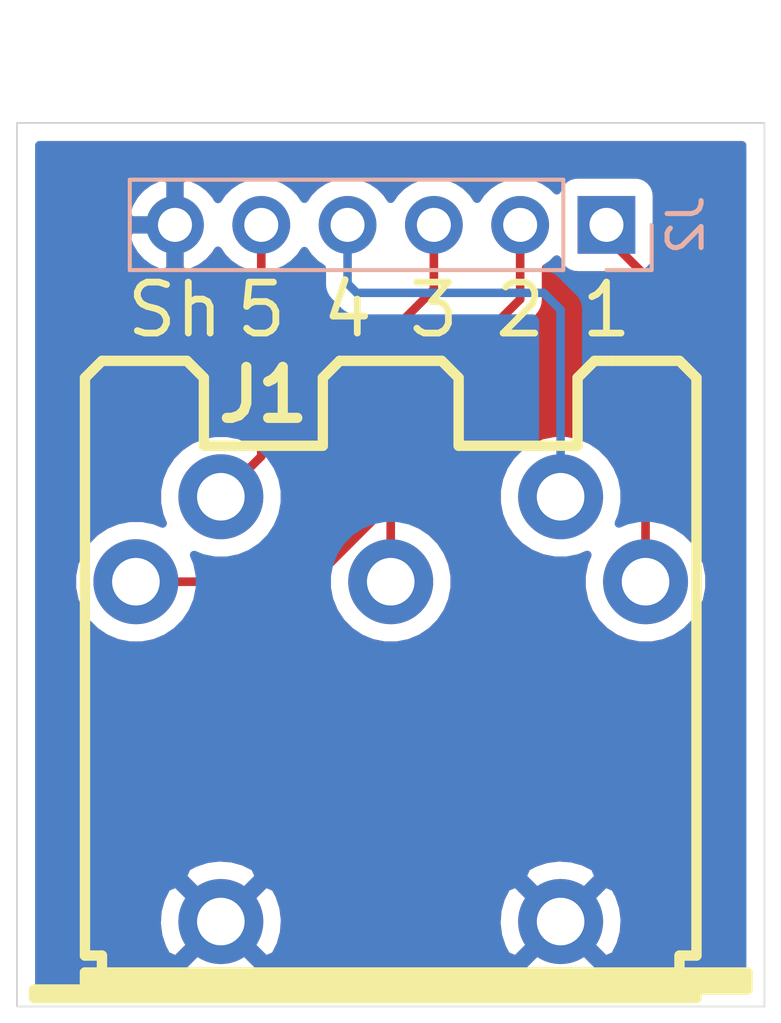
<source format=kicad_pcb>
(kicad_pcb (version 20171130) (host pcbnew "(5.1.12)-1")

  (general
    (thickness 1.6)
    (drawings 10)
    (tracks 20)
    (zones 0)
    (modules 2)
    (nets 7)
  )

  (page A4)
  (layers
    (0 F.Cu signal)
    (31 B.Cu signal)
    (32 B.Adhes user)
    (33 F.Adhes user)
    (34 B.Paste user)
    (35 F.Paste user)
    (36 B.SilkS user)
    (37 F.SilkS user)
    (38 B.Mask user)
    (39 F.Mask user)
    (40 Dwgs.User user)
    (41 Cmts.User user)
    (42 Eco1.User user)
    (43 Eco2.User user)
    (44 Edge.Cuts user)
    (45 Margin user)
    (46 B.CrtYd user)
    (47 F.CrtYd user)
    (48 B.Fab user)
    (49 F.Fab user)
  )

  (setup
    (last_trace_width 0.25)
    (user_trace_width 0.254)
    (trace_clearance 0.2)
    (zone_clearance 0.508)
    (zone_45_only no)
    (trace_min 0.2)
    (via_size 0.8)
    (via_drill 0.4)
    (via_min_size 0.4)
    (via_min_drill 0.3)
    (uvia_size 0.3)
    (uvia_drill 0.1)
    (uvias_allowed no)
    (uvia_min_size 0.2)
    (uvia_min_drill 0.1)
    (edge_width 0.05)
    (segment_width 0.2)
    (pcb_text_width 0.3)
    (pcb_text_size 1.5 1.5)
    (mod_edge_width 0.12)
    (mod_text_size 1 1)
    (mod_text_width 0.15)
    (pad_size 2.5 2.5)
    (pad_drill 1.4)
    (pad_to_mask_clearance 0.051)
    (solder_mask_min_width 0.25)
    (aux_axis_origin 0 0)
    (visible_elements 7FFFFFFF)
    (pcbplotparams
      (layerselection 0x010fc_ffffffff)
      (usegerberextensions false)
      (usegerberattributes false)
      (usegerberadvancedattributes false)
      (creategerberjobfile false)
      (excludeedgelayer true)
      (linewidth 0.100000)
      (plotframeref false)
      (viasonmask false)
      (mode 1)
      (useauxorigin false)
      (hpglpennumber 1)
      (hpglpenspeed 20)
      (hpglpendiameter 15.000000)
      (psnegative false)
      (psa4output false)
      (plotreference true)
      (plotvalue true)
      (plotinvisibletext false)
      (padsonsilk false)
      (subtractmaskfromsilk false)
      (outputformat 1)
      (mirror false)
      (drillshape 1)
      (scaleselection 1)
      (outputdirectory ""))
  )

  (net 0 "")
  (net 1 "Net-(J1-Pad3)")
  (net 2 "Net-(J1-Pad4)")
  (net 3 "Net-(J1-Pad2)")
  (net 4 "Net-(J1-Pad1)")
  (net 5 "Net-(J1-Pad5)")
  (net 6 "Net-(J2-Pad6)")

  (net_class Default "This is the default net class."
    (clearance 0.2)
    (trace_width 0.25)
    (via_dia 0.8)
    (via_drill 0.4)
    (uvia_dia 0.3)
    (uvia_drill 0.1)
    (add_net "Net-(J1-Pad1)")
    (add_net "Net-(J1-Pad2)")
    (add_net "Net-(J1-Pad3)")
    (add_net "Net-(J1-Pad4)")
    (add_net "Net-(J1-Pad5)")
    (add_net "Net-(J2-Pad6)")
  )

  (module "DIN-5 adapter:din-5" (layer F.Cu) (tedit 5DAC84AE) (tstamp 5DACD788)
    (at 73 79.5)
    (descr "Din 5 (MIDI), Pro Signal P/N PSG03463")
    (path /5DAC808E)
    (fp_text reference J1 (at -3.75 -8.5) (layer F.SilkS)
      (effects (font (size 1.5 1.5) (thickness 0.3)))
    )
    (fp_text value DIN-5 (at 0 -5.5) (layer F.SilkS) hide
      (effects (font (size 1.5 1.5) (thickness 0.3)))
    )
    (fp_line (start 10.50036 8.49884) (end 10.50036 8.99922) (layer F.SilkS) (width 0.3048))
    (fp_line (start -10.50036 9.25068) (end -10.50036 8.99922) (layer F.SilkS) (width 0.3048))
    (fp_line (start -8.49884 8.001) (end -8.49884 8.49884) (layer F.SilkS) (width 0.3048))
    (fp_line (start 8.49884 8.49884) (end 8.49884 8.001) (layer F.SilkS) (width 0.3048))
    (fp_line (start -8.99922 8.001) (end -8.49884 8.001) (layer F.SilkS) (width 0.3048))
    (fp_line (start 8.99922 8.001) (end 8.49884 8.001) (layer F.SilkS) (width 0.3048))
    (fp_line (start -8.99922 8.49884) (end 10.50036 8.49884) (layer F.SilkS) (width 0.3048))
    (fp_line (start -8.99922 8.99922) (end -8.99922 8.49884) (layer F.SilkS) (width 0.3048))
    (fp_line (start -10.50036 8.99922) (end -8.99922 8.99922) (layer F.SilkS) (width 0.3048))
    (fp_line (start 8.99922 8.99922) (end 8.99922 9.25068) (layer F.SilkS) (width 0.3048))
    (fp_line (start 10.50036 8.99922) (end 8.99922 8.99922) (layer F.SilkS) (width 0.3048))
    (fp_line (start 1.99898 -8.99922) (end 1.99898 -7.00024) (layer F.SilkS) (width 0.3048))
    (fp_line (start 1.50114 -9.4996) (end 1.99898 -8.99922) (layer F.SilkS) (width 0.3048))
    (fp_line (start -1.50114 -9.4996) (end 1.50114 -9.4996) (layer F.SilkS) (width 0.3048))
    (fp_line (start -1.99898 -8.99922) (end -1.99898 -7.00024) (layer F.SilkS) (width 0.3048))
    (fp_line (start -1.50114 -9.4996) (end -1.99898 -8.99922) (layer F.SilkS) (width 0.3048))
    (fp_line (start 5.4991 -7.00024) (end 1.99898 -7.00024) (layer F.SilkS) (width 0.3048))
    (fp_line (start 5.4991 -8.99922) (end 5.4991 -7.00024) (layer F.SilkS) (width 0.3048))
    (fp_line (start 5.99948 -9.4996) (end 5.4991 -8.99922) (layer F.SilkS) (width 0.3048))
    (fp_line (start 6.49986 -9.4996) (end 5.99948 -9.4996) (layer F.SilkS) (width 0.3048))
    (fp_line (start 8.49884 -9.4996) (end 6.49986 -9.4996) (layer F.SilkS) (width 0.3048))
    (fp_line (start 8.99922 -8.99922) (end 8.49884 -9.4996) (layer F.SilkS) (width 0.3048))
    (fp_line (start 8.99922 -8.99922) (end 8.99922 8.001) (layer F.SilkS) (width 0.3048))
    (fp_line (start -5.4991 -7.00024) (end -1.99898 -7.00024) (layer F.SilkS) (width 0.3048))
    (fp_line (start -5.4991 -8.99922) (end -5.4991 -7.00024) (layer F.SilkS) (width 0.3048))
    (fp_line (start -5.99948 -9.4996) (end -5.4991 -8.99922) (layer F.SilkS) (width 0.3048))
    (fp_line (start -8.49884 -9.4996) (end -5.99948 -9.4996) (layer F.SilkS) (width 0.3048))
    (fp_line (start -8.99922 -8.99922) (end -8.49884 -9.4996) (layer F.SilkS) (width 0.3048))
    (fp_line (start -8.99922 -8.99922) (end -8.99922 8.001) (layer F.SilkS) (width 0.3048))
    (fp_line (start -10.50036 9.25068) (end 8.99922 9.25068) (layer F.SilkS) (width 0.3048))
    (fp_line (start 8.99922 8.99922) (end -8.99922 8.99922) (layer F.SilkS) (width 0.3048))
    (fp_line (start -8.99922 8.7503) (end 10.50036 8.7503) (layer F.SilkS) (width 0.3048))
    (pad 3 thru_hole circle (at -7.5 -3) (size 2.5 2.5) (drill 1.4) (layers *.Cu *.Mask)
      (net 1 "Net-(J1-Pad3)"))
    (pad 4 thru_hole circle (at 5 -5.5) (size 2.5 2.5) (drill 1.4) (layers *.Cu *.Mask)
      (net 2 "Net-(J1-Pad4)"))
    (pad 2 thru_hole circle (at 0 -3) (size 2.5 2.5) (drill 1.4) (layers *.Cu *.Mask)
      (net 3 "Net-(J1-Pad2)"))
    (pad 1 thru_hole circle (at 7.5 -3) (size 2.5 2.5) (drill 1.4) (layers *.Cu *.Mask)
      (net 4 "Net-(J1-Pad1)"))
    (pad 5 thru_hole circle (at -5 -5.5) (size 2.5 2.5) (drill 1.4) (layers *.Cu *.Mask)
      (net 5 "Net-(J1-Pad5)"))
    (pad 6 thru_hole circle (at 5 7) (size 2.5 2.5) (drill 1.4) (layers *.Cu *.Mask)
      (net 6 "Net-(J2-Pad6)"))
    (pad 6 thru_hole circle (at -5 7) (size 2.5 2.5) (drill 1.4) (layers *.Cu *.Mask)
      (net 6 "Net-(J2-Pad6)"))
    (model walter/conn_av/din-5.wrl
      (at (xyz 0 0 0))
      (scale (xyz 1 1 1))
      (rotate (xyz 0 0 0))
    )
  )

  (module Connector_PinHeader_2.54mm:PinHeader_1x06_P2.54mm_Vertical (layer B.Cu) (tedit 59FED5CC) (tstamp 5DACD7A2)
    (at 79.35 66 90)
    (descr "Through hole straight pin header, 1x06, 2.54mm pitch, single row")
    (tags "Through hole pin header THT 1x06 2.54mm single row")
    (path /5DACA20F)
    (fp_text reference J2 (at 0 2.33 270) (layer B.SilkS)
      (effects (font (size 1 1) (thickness 0.15)) (justify mirror))
    )
    (fp_text value Conn_01x06 (at 1.945 -15.977 270) (layer B.Fab)
      (effects (font (size 1 1) (thickness 0.15)) (justify mirror))
    )
    (fp_line (start -0.635 1.27) (end 1.27 1.27) (layer B.Fab) (width 0.1))
    (fp_line (start 1.27 1.27) (end 1.27 -13.97) (layer B.Fab) (width 0.1))
    (fp_line (start 1.27 -13.97) (end -1.27 -13.97) (layer B.Fab) (width 0.1))
    (fp_line (start -1.27 -13.97) (end -1.27 0.635) (layer B.Fab) (width 0.1))
    (fp_line (start -1.27 0.635) (end -0.635 1.27) (layer B.Fab) (width 0.1))
    (fp_line (start -1.33 -14.03) (end 1.33 -14.03) (layer B.SilkS) (width 0.12))
    (fp_line (start -1.33 -1.27) (end -1.33 -14.03) (layer B.SilkS) (width 0.12))
    (fp_line (start 1.33 -1.27) (end 1.33 -14.03) (layer B.SilkS) (width 0.12))
    (fp_line (start -1.33 -1.27) (end 1.33 -1.27) (layer B.SilkS) (width 0.12))
    (fp_line (start -1.33 0) (end -1.33 1.33) (layer B.SilkS) (width 0.12))
    (fp_line (start -1.33 1.33) (end 0 1.33) (layer B.SilkS) (width 0.12))
    (fp_line (start -1.8 1.8) (end -1.8 -14.5) (layer B.CrtYd) (width 0.05))
    (fp_line (start -1.8 -14.5) (end 1.8 -14.5) (layer B.CrtYd) (width 0.05))
    (fp_line (start 1.8 -14.5) (end 1.8 1.8) (layer B.CrtYd) (width 0.05))
    (fp_line (start 1.8 1.8) (end -1.8 1.8) (layer B.CrtYd) (width 0.05))
    (fp_text user %R (at 0 -6.35) (layer B.Fab)
      (effects (font (size 1 1) (thickness 0.15)) (justify mirror))
    )
    (pad 6 thru_hole oval (at 0 -12.7 90) (size 1.7 1.7) (drill 1) (layers *.Cu *.Mask)
      (net 6 "Net-(J2-Pad6)"))
    (pad 5 thru_hole oval (at 0 -10.16 90) (size 1.7 1.7) (drill 1) (layers *.Cu *.Mask)
      (net 5 "Net-(J1-Pad5)"))
    (pad 4 thru_hole oval (at 0 -7.62 90) (size 1.7 1.7) (drill 1) (layers *.Cu *.Mask)
      (net 2 "Net-(J1-Pad4)"))
    (pad 3 thru_hole oval (at 0 -5.08 90) (size 1.7 1.7) (drill 1) (layers *.Cu *.Mask)
      (net 1 "Net-(J1-Pad3)"))
    (pad 2 thru_hole oval (at 0 -2.54 90) (size 1.7 1.7) (drill 1) (layers *.Cu *.Mask)
      (net 3 "Net-(J1-Pad2)"))
    (pad 1 thru_hole rect (at 0 0 90) (size 1.7 1.7) (drill 1) (layers *.Cu *.Mask)
      (net 4 "Net-(J1-Pad1)"))
    (model ${KISYS3DMOD}/Connector_PinHeader_2.54mm.3dshapes/PinHeader_1x06_P2.54mm_Vertical.wrl
      (at (xyz 0 0 0))
      (scale (xyz 1 1 1))
      (rotate (xyz 0 0 0))
    )
  )

  (gr_text Sh (at 66.65 68.5) (layer F.SilkS)
    (effects (font (size 1.5 1.5) (thickness 0.2)))
  )
  (gr_text 5 (at 69.19 68.5) (layer F.SilkS)
    (effects (font (size 1.5 1.5) (thickness 0.2)))
  )
  (gr_text 4 (at 71.73 68.5) (layer F.SilkS)
    (effects (font (size 1.5 1.5) (thickness 0.2)))
  )
  (gr_text 3 (at 74.27 68.5) (layer F.SilkS)
    (effects (font (size 1.5 1.5) (thickness 0.2)))
  )
  (gr_text 2 (at 76.81 68.5) (layer F.SilkS)
    (effects (font (size 1.5 1.5) (thickness 0.2)))
  )
  (gr_text 1 (at 79.35 68.5) (layer F.SilkS)
    (effects (font (size 1.5 1.5) (thickness 0.2)))
  )
  (gr_line (start 84 89) (end 62 89) (layer Edge.Cuts) (width 0.05) (tstamp 5DACDDB9))
  (gr_line (start 84 63) (end 84 89) (layer Edge.Cuts) (width 0.05))
  (gr_line (start 62 63) (end 84 63) (layer Edge.Cuts) (width 0.05))
  (gr_line (start 62 89) (end 62 63) (layer Edge.Cuts) (width 0.05))

  (segment (start 74.27 67.897933) (end 74.27 66) (width 0.254) (layer F.Cu) (net 1))
  (segment (start 72.54599 69.621943) (end 74.27 67.897933) (width 0.254) (layer F.Cu) (net 1))
  (segment (start 72.54599 74.620048) (end 72.54599 69.621943) (width 0.254) (layer F.Cu) (net 1))
  (segment (start 65.5 76.5) (end 70.666038 76.5) (width 0.254) (layer F.Cu) (net 1))
  (segment (start 70.666038 76.5) (end 72.54599 74.620048) (width 0.254) (layer F.Cu) (net 1))
  (segment (start 71.73 67.73) (end 71.73 66) (width 0.25) (layer B.Cu) (net 2))
  (segment (start 72 68) (end 71.73 67.73) (width 0.25) (layer B.Cu) (net 2))
  (segment (start 77.5 68) (end 72 68) (width 0.25) (layer B.Cu) (net 2))
  (segment (start 78 74) (end 78 68.5) (width 0.25) (layer B.Cu) (net 2))
  (segment (start 78 68.5) (end 77.5 68) (width 0.25) (layer B.Cu) (net 2))
  (segment (start 73 69.81) (end 73.81 69) (width 0.254) (layer F.Cu) (net 3))
  (segment (start 73 76.5) (end 73 69.81) (width 0.254) (layer F.Cu) (net 3))
  (segment (start 73.81 69) (end 76 69) (width 0.254) (layer F.Cu) (net 3))
  (segment (start 76.81 68.19) (end 76.81 66) (width 0.254) (layer F.Cu) (net 3))
  (segment (start 76 69) (end 76.81 68.19) (width 0.254) (layer F.Cu) (net 3))
  (segment (start 79.35 66.35) (end 79.35 66) (width 0.254) (layer F.Cu) (net 4))
  (segment (start 80.5 76.5) (end 80.5 67.5) (width 0.254) (layer F.Cu) (net 4))
  (segment (start 80.5 67.5) (end 79.35 66.35) (width 0.254) (layer F.Cu) (net 4))
  (segment (start 69.19 72.81) (end 68 74) (width 0.254) (layer F.Cu) (net 5))
  (segment (start 69.19 66) (end 69.19 72.81) (width 0.254) (layer F.Cu) (net 5))

  (zone (net 6) (net_name "Net-(J2-Pad6)") (layer F.Cu) (tstamp 0) (hatch edge 0.508)
    (connect_pads (clearance 0.508))
    (min_thickness 0.254)
    (fill yes (arc_segments 32) (thermal_gap 0.508) (thermal_bridge_width 0.508))
    (polygon
      (pts
        (xy 84.5 62.5) (xy 84.5 89.5) (xy 61.5 89.5) (xy 61.5 62.5)
      )
    )
    (filled_polygon
      (pts
        (xy 83.340001 88.34) (xy 78.44121 88.34) (xy 78.773262 88.229094) (xy 79.008086 88.103577) (xy 79.134 87.813605)
        (xy 78 86.679605) (xy 76.866 87.813605) (xy 76.991914 88.103577) (xy 77.324126 88.269433) (xy 77.582422 88.34)
        (xy 68.44121 88.34) (xy 68.773262 88.229094) (xy 69.008086 88.103577) (xy 69.134 87.813605) (xy 68 86.679605)
        (xy 66.866 87.813605) (xy 66.991914 88.103577) (xy 67.324126 88.269433) (xy 67.582422 88.34) (xy 62.66 88.34)
        (xy 62.66 86.552706) (xy 66.106611 86.552706) (xy 66.153275 86.921075) (xy 66.270906 87.273262) (xy 66.396423 87.508086)
        (xy 66.686395 87.634) (xy 67.820395 86.5) (xy 68.179605 86.5) (xy 69.313605 87.634) (xy 69.603577 87.508086)
        (xy 69.769433 87.175874) (xy 69.86729 86.817688) (xy 69.885961 86.552706) (xy 76.106611 86.552706) (xy 76.153275 86.921075)
        (xy 76.270906 87.273262) (xy 76.396423 87.508086) (xy 76.686395 87.634) (xy 77.820395 86.5) (xy 78.179605 86.5)
        (xy 79.313605 87.634) (xy 79.603577 87.508086) (xy 79.769433 87.175874) (xy 79.86729 86.817688) (xy 79.893389 86.447294)
        (xy 79.846725 86.078925) (xy 79.729094 85.726738) (xy 79.603577 85.491914) (xy 79.313605 85.366) (xy 78.179605 86.5)
        (xy 77.820395 86.5) (xy 76.686395 85.366) (xy 76.396423 85.491914) (xy 76.230567 85.824126) (xy 76.13271 86.182312)
        (xy 76.106611 86.552706) (xy 69.885961 86.552706) (xy 69.893389 86.447294) (xy 69.846725 86.078925) (xy 69.729094 85.726738)
        (xy 69.603577 85.491914) (xy 69.313605 85.366) (xy 68.179605 86.5) (xy 67.820395 86.5) (xy 66.686395 85.366)
        (xy 66.396423 85.491914) (xy 66.230567 85.824126) (xy 66.13271 86.182312) (xy 66.106611 86.552706) (xy 62.66 86.552706)
        (xy 62.66 85.186395) (xy 66.866 85.186395) (xy 68 86.320395) (xy 69.134 85.186395) (xy 76.866 85.186395)
        (xy 78 86.320395) (xy 79.134 85.186395) (xy 79.008086 84.896423) (xy 78.675874 84.730567) (xy 78.317688 84.63271)
        (xy 77.947294 84.606611) (xy 77.578925 84.653275) (xy 77.226738 84.770906) (xy 76.991914 84.896423) (xy 76.866 85.186395)
        (xy 69.134 85.186395) (xy 69.008086 84.896423) (xy 68.675874 84.730567) (xy 68.317688 84.63271) (xy 67.947294 84.606611)
        (xy 67.578925 84.653275) (xy 67.226738 84.770906) (xy 66.991914 84.896423) (xy 66.866 85.186395) (xy 62.66 85.186395)
        (xy 62.66 76.314344) (xy 63.615 76.314344) (xy 63.615 76.685656) (xy 63.687439 77.049834) (xy 63.829534 77.392882)
        (xy 64.035825 77.701618) (xy 64.298382 77.964175) (xy 64.607118 78.170466) (xy 64.950166 78.312561) (xy 65.314344 78.385)
        (xy 65.685656 78.385) (xy 66.049834 78.312561) (xy 66.392882 78.170466) (xy 66.701618 77.964175) (xy 66.964175 77.701618)
        (xy 67.170466 77.392882) (xy 67.224679 77.262) (xy 70.628615 77.262) (xy 70.666038 77.265686) (xy 70.703461 77.262)
        (xy 70.703464 77.262) (xy 70.815416 77.250974) (xy 70.959053 77.207402) (xy 71.09143 77.136645) (xy 71.189918 77.055818)
        (xy 71.329534 77.392882) (xy 71.535825 77.701618) (xy 71.798382 77.964175) (xy 72.107118 78.170466) (xy 72.450166 78.312561)
        (xy 72.814344 78.385) (xy 73.185656 78.385) (xy 73.549834 78.312561) (xy 73.892882 78.170466) (xy 74.201618 77.964175)
        (xy 74.464175 77.701618) (xy 74.670466 77.392882) (xy 74.812561 77.049834) (xy 74.885 76.685656) (xy 74.885 76.314344)
        (xy 74.812561 75.950166) (xy 74.670466 75.607118) (xy 74.464175 75.298382) (xy 74.201618 75.035825) (xy 73.892882 74.829534)
        (xy 73.762 74.775321) (xy 73.762 70.12563) (xy 74.125631 69.762) (xy 75.962577 69.762) (xy 76 69.765686)
        (xy 76.037423 69.762) (xy 76.037426 69.762) (xy 76.149378 69.750974) (xy 76.293015 69.707402) (xy 76.425392 69.636645)
        (xy 76.541422 69.541422) (xy 76.565284 69.512347) (xy 77.322353 68.755278) (xy 77.351422 68.731422) (xy 77.378772 68.698096)
        (xy 77.446645 68.615393) (xy 77.517401 68.483016) (xy 77.517402 68.483015) (xy 77.560974 68.339378) (xy 77.572 68.227426)
        (xy 77.572 68.227423) (xy 77.575686 68.19) (xy 77.572 68.152577) (xy 77.572 67.276842) (xy 77.756632 67.153475)
        (xy 77.888487 67.02162) (xy 77.910498 67.09418) (xy 77.969463 67.204494) (xy 78.048815 67.301185) (xy 78.145506 67.380537)
        (xy 78.25582 67.439502) (xy 78.375518 67.475812) (xy 78.5 67.488072) (xy 79.410442 67.488072) (xy 79.738001 67.815631)
        (xy 79.738 73.270161) (xy 79.670466 73.107118) (xy 79.464175 72.798382) (xy 79.201618 72.535825) (xy 78.892882 72.329534)
        (xy 78.549834 72.187439) (xy 78.185656 72.115) (xy 77.814344 72.115) (xy 77.450166 72.187439) (xy 77.107118 72.329534)
        (xy 76.798382 72.535825) (xy 76.535825 72.798382) (xy 76.329534 73.107118) (xy 76.187439 73.450166) (xy 76.115 73.814344)
        (xy 76.115 74.185656) (xy 76.187439 74.549834) (xy 76.329534 74.892882) (xy 76.535825 75.201618) (xy 76.798382 75.464175)
        (xy 77.107118 75.670466) (xy 77.450166 75.812561) (xy 77.814344 75.885) (xy 78.185656 75.885) (xy 78.549834 75.812561)
        (xy 78.78474 75.71526) (xy 78.687439 75.950166) (xy 78.615 76.314344) (xy 78.615 76.685656) (xy 78.687439 77.049834)
        (xy 78.829534 77.392882) (xy 79.035825 77.701618) (xy 79.298382 77.964175) (xy 79.607118 78.170466) (xy 79.950166 78.312561)
        (xy 80.314344 78.385) (xy 80.685656 78.385) (xy 81.049834 78.312561) (xy 81.392882 78.170466) (xy 81.701618 77.964175)
        (xy 81.964175 77.701618) (xy 82.170466 77.392882) (xy 82.312561 77.049834) (xy 82.385 76.685656) (xy 82.385 76.314344)
        (xy 82.312561 75.950166) (xy 82.170466 75.607118) (xy 81.964175 75.298382) (xy 81.701618 75.035825) (xy 81.392882 74.829534)
        (xy 81.262 74.775321) (xy 81.262 67.537423) (xy 81.265686 67.5) (xy 81.259922 67.441476) (xy 81.250974 67.350622)
        (xy 81.207402 67.206985) (xy 81.148928 67.097588) (xy 81.136645 67.074607) (xy 81.101857 67.032219) (xy 81.041422 66.958578)
        (xy 81.012346 66.934716) (xy 80.838072 66.760442) (xy 80.838072 65.15) (xy 80.825812 65.025518) (xy 80.789502 64.90582)
        (xy 80.730537 64.795506) (xy 80.651185 64.698815) (xy 80.554494 64.619463) (xy 80.44418 64.560498) (xy 80.324482 64.524188)
        (xy 80.2 64.511928) (xy 78.5 64.511928) (xy 78.375518 64.524188) (xy 78.25582 64.560498) (xy 78.145506 64.619463)
        (xy 78.048815 64.698815) (xy 77.969463 64.795506) (xy 77.910498 64.90582) (xy 77.888487 64.97838) (xy 77.756632 64.846525)
        (xy 77.513411 64.68401) (xy 77.243158 64.572068) (xy 76.95626 64.515) (xy 76.66374 64.515) (xy 76.376842 64.572068)
        (xy 76.106589 64.68401) (xy 75.863368 64.846525) (xy 75.656525 65.053368) (xy 75.54 65.22776) (xy 75.423475 65.053368)
        (xy 75.216632 64.846525) (xy 74.973411 64.68401) (xy 74.703158 64.572068) (xy 74.41626 64.515) (xy 74.12374 64.515)
        (xy 73.836842 64.572068) (xy 73.566589 64.68401) (xy 73.323368 64.846525) (xy 73.116525 65.053368) (xy 73 65.22776)
        (xy 72.883475 65.053368) (xy 72.676632 64.846525) (xy 72.433411 64.68401) (xy 72.163158 64.572068) (xy 71.87626 64.515)
        (xy 71.58374 64.515) (xy 71.296842 64.572068) (xy 71.026589 64.68401) (xy 70.783368 64.846525) (xy 70.576525 65.053368)
        (xy 70.46 65.22776) (xy 70.343475 65.053368) (xy 70.136632 64.846525) (xy 69.893411 64.68401) (xy 69.623158 64.572068)
        (xy 69.33626 64.515) (xy 69.04374 64.515) (xy 68.756842 64.572068) (xy 68.486589 64.68401) (xy 68.243368 64.846525)
        (xy 68.036525 65.053368) (xy 67.914805 65.235534) (xy 67.845178 65.118645) (xy 67.650269 64.902412) (xy 67.41692 64.728359)
        (xy 67.154099 64.603175) (xy 67.00689 64.558524) (xy 66.777 64.679845) (xy 66.777 65.873) (xy 66.797 65.873)
        (xy 66.797 66.127) (xy 66.777 66.127) (xy 66.777 67.320155) (xy 67.00689 67.441476) (xy 67.154099 67.396825)
        (xy 67.41692 67.271641) (xy 67.650269 67.097588) (xy 67.845178 66.881355) (xy 67.914805 66.764466) (xy 68.036525 66.946632)
        (xy 68.243368 67.153475) (xy 68.428 67.276842) (xy 68.428001 72.163205) (xy 68.185656 72.115) (xy 67.814344 72.115)
        (xy 67.450166 72.187439) (xy 67.107118 72.329534) (xy 66.798382 72.535825) (xy 66.535825 72.798382) (xy 66.329534 73.107118)
        (xy 66.187439 73.450166) (xy 66.115 73.814344) (xy 66.115 74.185656) (xy 66.187439 74.549834) (xy 66.28474 74.78474)
        (xy 66.049834 74.687439) (xy 65.685656 74.615) (xy 65.314344 74.615) (xy 64.950166 74.687439) (xy 64.607118 74.829534)
        (xy 64.298382 75.035825) (xy 64.035825 75.298382) (xy 63.829534 75.607118) (xy 63.687439 75.950166) (xy 63.615 76.314344)
        (xy 62.66 76.314344) (xy 62.66 66.356891) (xy 65.208519 66.356891) (xy 65.305843 66.631252) (xy 65.454822 66.881355)
        (xy 65.649731 67.097588) (xy 65.88308 67.271641) (xy 66.145901 67.396825) (xy 66.29311 67.441476) (xy 66.523 67.320155)
        (xy 66.523 66.127) (xy 65.329186 66.127) (xy 65.208519 66.356891) (xy 62.66 66.356891) (xy 62.66 65.643109)
        (xy 65.208519 65.643109) (xy 65.329186 65.873) (xy 66.523 65.873) (xy 66.523 64.679845) (xy 66.29311 64.558524)
        (xy 66.145901 64.603175) (xy 65.88308 64.728359) (xy 65.649731 64.902412) (xy 65.454822 65.118645) (xy 65.305843 65.368748)
        (xy 65.208519 65.643109) (xy 62.66 65.643109) (xy 62.66 63.66) (xy 83.34 63.66)
      )
    )
  )
  (zone (net 6) (net_name "Net-(J2-Pad6)") (layer B.Cu) (tstamp 0) (hatch edge 0.508)
    (connect_pads (clearance 0.508))
    (min_thickness 0.254)
    (fill yes (arc_segments 32) (thermal_gap 0.508) (thermal_bridge_width 0.508))
    (polygon
      (pts
        (xy 61.5 62.5) (xy 61.5 89.5) (xy 84.5 89.5) (xy 84.5 62.5)
      )
    )
    (filled_polygon
      (pts
        (xy 83.340001 88.34) (xy 78.44121 88.34) (xy 78.773262 88.229094) (xy 79.008086 88.103577) (xy 79.134 87.813605)
        (xy 78 86.679605) (xy 76.866 87.813605) (xy 76.991914 88.103577) (xy 77.324126 88.269433) (xy 77.582422 88.34)
        (xy 68.44121 88.34) (xy 68.773262 88.229094) (xy 69.008086 88.103577) (xy 69.134 87.813605) (xy 68 86.679605)
        (xy 66.866 87.813605) (xy 66.991914 88.103577) (xy 67.324126 88.269433) (xy 67.582422 88.34) (xy 62.66 88.34)
        (xy 62.66 86.552706) (xy 66.106611 86.552706) (xy 66.153275 86.921075) (xy 66.270906 87.273262) (xy 66.396423 87.508086)
        (xy 66.686395 87.634) (xy 67.820395 86.5) (xy 68.179605 86.5) (xy 69.313605 87.634) (xy 69.603577 87.508086)
        (xy 69.769433 87.175874) (xy 69.86729 86.817688) (xy 69.885961 86.552706) (xy 76.106611 86.552706) (xy 76.153275 86.921075)
        (xy 76.270906 87.273262) (xy 76.396423 87.508086) (xy 76.686395 87.634) (xy 77.820395 86.5) (xy 78.179605 86.5)
        (xy 79.313605 87.634) (xy 79.603577 87.508086) (xy 79.769433 87.175874) (xy 79.86729 86.817688) (xy 79.893389 86.447294)
        (xy 79.846725 86.078925) (xy 79.729094 85.726738) (xy 79.603577 85.491914) (xy 79.313605 85.366) (xy 78.179605 86.5)
        (xy 77.820395 86.5) (xy 76.686395 85.366) (xy 76.396423 85.491914) (xy 76.230567 85.824126) (xy 76.13271 86.182312)
        (xy 76.106611 86.552706) (xy 69.885961 86.552706) (xy 69.893389 86.447294) (xy 69.846725 86.078925) (xy 69.729094 85.726738)
        (xy 69.603577 85.491914) (xy 69.313605 85.366) (xy 68.179605 86.5) (xy 67.820395 86.5) (xy 66.686395 85.366)
        (xy 66.396423 85.491914) (xy 66.230567 85.824126) (xy 66.13271 86.182312) (xy 66.106611 86.552706) (xy 62.66 86.552706)
        (xy 62.66 85.186395) (xy 66.866 85.186395) (xy 68 86.320395) (xy 69.134 85.186395) (xy 76.866 85.186395)
        (xy 78 86.320395) (xy 79.134 85.186395) (xy 79.008086 84.896423) (xy 78.675874 84.730567) (xy 78.317688 84.63271)
        (xy 77.947294 84.606611) (xy 77.578925 84.653275) (xy 77.226738 84.770906) (xy 76.991914 84.896423) (xy 76.866 85.186395)
        (xy 69.134 85.186395) (xy 69.008086 84.896423) (xy 68.675874 84.730567) (xy 68.317688 84.63271) (xy 67.947294 84.606611)
        (xy 67.578925 84.653275) (xy 67.226738 84.770906) (xy 66.991914 84.896423) (xy 66.866 85.186395) (xy 62.66 85.186395)
        (xy 62.66 76.314344) (xy 63.615 76.314344) (xy 63.615 76.685656) (xy 63.687439 77.049834) (xy 63.829534 77.392882)
        (xy 64.035825 77.701618) (xy 64.298382 77.964175) (xy 64.607118 78.170466) (xy 64.950166 78.312561) (xy 65.314344 78.385)
        (xy 65.685656 78.385) (xy 66.049834 78.312561) (xy 66.392882 78.170466) (xy 66.701618 77.964175) (xy 66.964175 77.701618)
        (xy 67.170466 77.392882) (xy 67.312561 77.049834) (xy 67.385 76.685656) (xy 67.385 76.314344) (xy 71.115 76.314344)
        (xy 71.115 76.685656) (xy 71.187439 77.049834) (xy 71.329534 77.392882) (xy 71.535825 77.701618) (xy 71.798382 77.964175)
        (xy 72.107118 78.170466) (xy 72.450166 78.312561) (xy 72.814344 78.385) (xy 73.185656 78.385) (xy 73.549834 78.312561)
        (xy 73.892882 78.170466) (xy 74.201618 77.964175) (xy 74.464175 77.701618) (xy 74.670466 77.392882) (xy 74.812561 77.049834)
        (xy 74.885 76.685656) (xy 74.885 76.314344) (xy 74.812561 75.950166) (xy 74.670466 75.607118) (xy 74.464175 75.298382)
        (xy 74.201618 75.035825) (xy 73.892882 74.829534) (xy 73.549834 74.687439) (xy 73.185656 74.615) (xy 72.814344 74.615)
        (xy 72.450166 74.687439) (xy 72.107118 74.829534) (xy 71.798382 75.035825) (xy 71.535825 75.298382) (xy 71.329534 75.607118)
        (xy 71.187439 75.950166) (xy 71.115 76.314344) (xy 67.385 76.314344) (xy 67.312561 75.950166) (xy 67.21526 75.71526)
        (xy 67.450166 75.812561) (xy 67.814344 75.885) (xy 68.185656 75.885) (xy 68.549834 75.812561) (xy 68.892882 75.670466)
        (xy 69.201618 75.464175) (xy 69.464175 75.201618) (xy 69.670466 74.892882) (xy 69.812561 74.549834) (xy 69.885 74.185656)
        (xy 69.885 73.814344) (xy 69.812561 73.450166) (xy 69.670466 73.107118) (xy 69.464175 72.798382) (xy 69.201618 72.535825)
        (xy 68.892882 72.329534) (xy 68.549834 72.187439) (xy 68.185656 72.115) (xy 67.814344 72.115) (xy 67.450166 72.187439)
        (xy 67.107118 72.329534) (xy 66.798382 72.535825) (xy 66.535825 72.798382) (xy 66.329534 73.107118) (xy 66.187439 73.450166)
        (xy 66.115 73.814344) (xy 66.115 74.185656) (xy 66.187439 74.549834) (xy 66.28474 74.78474) (xy 66.049834 74.687439)
        (xy 65.685656 74.615) (xy 65.314344 74.615) (xy 64.950166 74.687439) (xy 64.607118 74.829534) (xy 64.298382 75.035825)
        (xy 64.035825 75.298382) (xy 63.829534 75.607118) (xy 63.687439 75.950166) (xy 63.615 76.314344) (xy 62.66 76.314344)
        (xy 62.66 66.356891) (xy 65.208519 66.356891) (xy 65.305843 66.631252) (xy 65.454822 66.881355) (xy 65.649731 67.097588)
        (xy 65.88308 67.271641) (xy 66.145901 67.396825) (xy 66.29311 67.441476) (xy 66.523 67.320155) (xy 66.523 66.127)
        (xy 65.329186 66.127) (xy 65.208519 66.356891) (xy 62.66 66.356891) (xy 62.66 65.643109) (xy 65.208519 65.643109)
        (xy 65.329186 65.873) (xy 66.523 65.873) (xy 66.523 64.679845) (xy 66.777 64.679845) (xy 66.777 65.873)
        (xy 66.797 65.873) (xy 66.797 66.127) (xy 66.777 66.127) (xy 66.777 67.320155) (xy 67.00689 67.441476)
        (xy 67.154099 67.396825) (xy 67.41692 67.271641) (xy 67.650269 67.097588) (xy 67.845178 66.881355) (xy 67.914805 66.764466)
        (xy 68.036525 66.946632) (xy 68.243368 67.153475) (xy 68.486589 67.31599) (xy 68.756842 67.427932) (xy 69.04374 67.485)
        (xy 69.33626 67.485) (xy 69.623158 67.427932) (xy 69.893411 67.31599) (xy 70.136632 67.153475) (xy 70.343475 66.946632)
        (xy 70.46 66.77224) (xy 70.576525 66.946632) (xy 70.783368 67.153475) (xy 70.97 67.278179) (xy 70.97 67.692677)
        (xy 70.966324 67.73) (xy 70.97 67.767322) (xy 70.97 67.767332) (xy 70.980997 67.878985) (xy 71.005572 67.959999)
        (xy 71.024454 68.022246) (xy 71.095026 68.154276) (xy 71.134871 68.202826) (xy 71.189999 68.270001) (xy 71.219003 68.293804)
        (xy 71.436196 68.510997) (xy 71.459999 68.540001) (xy 71.575724 68.634974) (xy 71.707753 68.705546) (xy 71.851014 68.749003)
        (xy 71.962667 68.76) (xy 71.962675 68.76) (xy 72 68.763676) (xy 72.037325 68.76) (xy 77.185199 68.76)
        (xy 77.240001 68.814802) (xy 77.24 72.274492) (xy 77.107118 72.329534) (xy 76.798382 72.535825) (xy 76.535825 72.798382)
        (xy 76.329534 73.107118) (xy 76.187439 73.450166) (xy 76.115 73.814344) (xy 76.115 74.185656) (xy 76.187439 74.549834)
        (xy 76.329534 74.892882) (xy 76.535825 75.201618) (xy 76.798382 75.464175) (xy 77.107118 75.670466) (xy 77.450166 75.812561)
        (xy 77.814344 75.885) (xy 78.185656 75.885) (xy 78.549834 75.812561) (xy 78.78474 75.71526) (xy 78.687439 75.950166)
        (xy 78.615 76.314344) (xy 78.615 76.685656) (xy 78.687439 77.049834) (xy 78.829534 77.392882) (xy 79.035825 77.701618)
        (xy 79.298382 77.964175) (xy 79.607118 78.170466) (xy 79.950166 78.312561) (xy 80.314344 78.385) (xy 80.685656 78.385)
        (xy 81.049834 78.312561) (xy 81.392882 78.170466) (xy 81.701618 77.964175) (xy 81.964175 77.701618) (xy 82.170466 77.392882)
        (xy 82.312561 77.049834) (xy 82.385 76.685656) (xy 82.385 76.314344) (xy 82.312561 75.950166) (xy 82.170466 75.607118)
        (xy 81.964175 75.298382) (xy 81.701618 75.035825) (xy 81.392882 74.829534) (xy 81.049834 74.687439) (xy 80.685656 74.615)
        (xy 80.314344 74.615) (xy 79.950166 74.687439) (xy 79.71526 74.78474) (xy 79.812561 74.549834) (xy 79.885 74.185656)
        (xy 79.885 73.814344) (xy 79.812561 73.450166) (xy 79.670466 73.107118) (xy 79.464175 72.798382) (xy 79.201618 72.535825)
        (xy 78.892882 72.329534) (xy 78.76 72.274493) (xy 78.76 68.537325) (xy 78.763676 68.5) (xy 78.76 68.462675)
        (xy 78.76 68.462667) (xy 78.749003 68.351014) (xy 78.705546 68.207753) (xy 78.634974 68.075724) (xy 78.540001 67.959999)
        (xy 78.510997 67.936196) (xy 78.063804 67.489003) (xy 78.040001 67.459999) (xy 77.924276 67.365026) (xy 77.792247 67.294454)
        (xy 77.648986 67.250997) (xy 77.615601 67.247709) (xy 77.756632 67.153475) (xy 77.888487 67.02162) (xy 77.910498 67.09418)
        (xy 77.969463 67.204494) (xy 78.048815 67.301185) (xy 78.145506 67.380537) (xy 78.25582 67.439502) (xy 78.375518 67.475812)
        (xy 78.5 67.488072) (xy 80.2 67.488072) (xy 80.324482 67.475812) (xy 80.44418 67.439502) (xy 80.554494 67.380537)
        (xy 80.651185 67.301185) (xy 80.730537 67.204494) (xy 80.789502 67.09418) (xy 80.825812 66.974482) (xy 80.838072 66.85)
        (xy 80.838072 65.15) (xy 80.825812 65.025518) (xy 80.789502 64.90582) (xy 80.730537 64.795506) (xy 80.651185 64.698815)
        (xy 80.554494 64.619463) (xy 80.44418 64.560498) (xy 80.324482 64.524188) (xy 80.2 64.511928) (xy 78.5 64.511928)
        (xy 78.375518 64.524188) (xy 78.25582 64.560498) (xy 78.145506 64.619463) (xy 78.048815 64.698815) (xy 77.969463 64.795506)
        (xy 77.910498 64.90582) (xy 77.888487 64.97838) (xy 77.756632 64.846525) (xy 77.513411 64.68401) (xy 77.243158 64.572068)
        (xy 76.95626 64.515) (xy 76.66374 64.515) (xy 76.376842 64.572068) (xy 76.106589 64.68401) (xy 75.863368 64.846525)
        (xy 75.656525 65.053368) (xy 75.54 65.22776) (xy 75.423475 65.053368) (xy 75.216632 64.846525) (xy 74.973411 64.68401)
        (xy 74.703158 64.572068) (xy 74.41626 64.515) (xy 74.12374 64.515) (xy 73.836842 64.572068) (xy 73.566589 64.68401)
        (xy 73.323368 64.846525) (xy 73.116525 65.053368) (xy 73 65.22776) (xy 72.883475 65.053368) (xy 72.676632 64.846525)
        (xy 72.433411 64.68401) (xy 72.163158 64.572068) (xy 71.87626 64.515) (xy 71.58374 64.515) (xy 71.296842 64.572068)
        (xy 71.026589 64.68401) (xy 70.783368 64.846525) (xy 70.576525 65.053368) (xy 70.46 65.22776) (xy 70.343475 65.053368)
        (xy 70.136632 64.846525) (xy 69.893411 64.68401) (xy 69.623158 64.572068) (xy 69.33626 64.515) (xy 69.04374 64.515)
        (xy 68.756842 64.572068) (xy 68.486589 64.68401) (xy 68.243368 64.846525) (xy 68.036525 65.053368) (xy 67.914805 65.235534)
        (xy 67.845178 65.118645) (xy 67.650269 64.902412) (xy 67.41692 64.728359) (xy 67.154099 64.603175) (xy 67.00689 64.558524)
        (xy 66.777 64.679845) (xy 66.523 64.679845) (xy 66.29311 64.558524) (xy 66.145901 64.603175) (xy 65.88308 64.728359)
        (xy 65.649731 64.902412) (xy 65.454822 65.118645) (xy 65.305843 65.368748) (xy 65.208519 65.643109) (xy 62.66 65.643109)
        (xy 62.66 63.66) (xy 83.34 63.66)
      )
    )
  )
)

</source>
